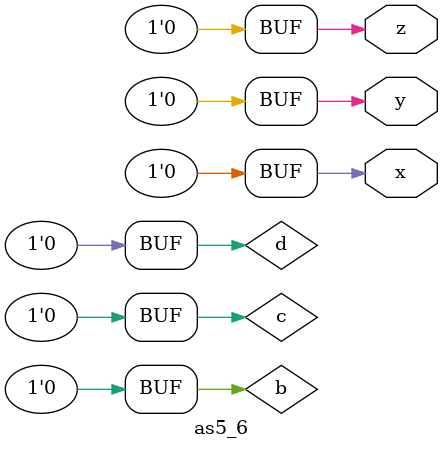
<source format=v>

/*  What is the final value of d in the following example
    (Hint: See intra-assignment delays.)
    
    initial
      begin
        b=1'b1;c=1'b0;
        #10 b=1'b0;
      end 
      initial
      begin
        d= #25(b|c);
      end    
*/

    module as5_6(x,y,z);
      
     output x,y,z;
     reg b,c,d;
      initial
      begin
        b=1'b1;c=1'b0;
        #10 b=1'b0;
      end 
      initial
      begin
        d= #25(b|c);
      end 
     assign x=b;
     assign y=c;
     assign z=d;
    
    endmodule
    
</source>
